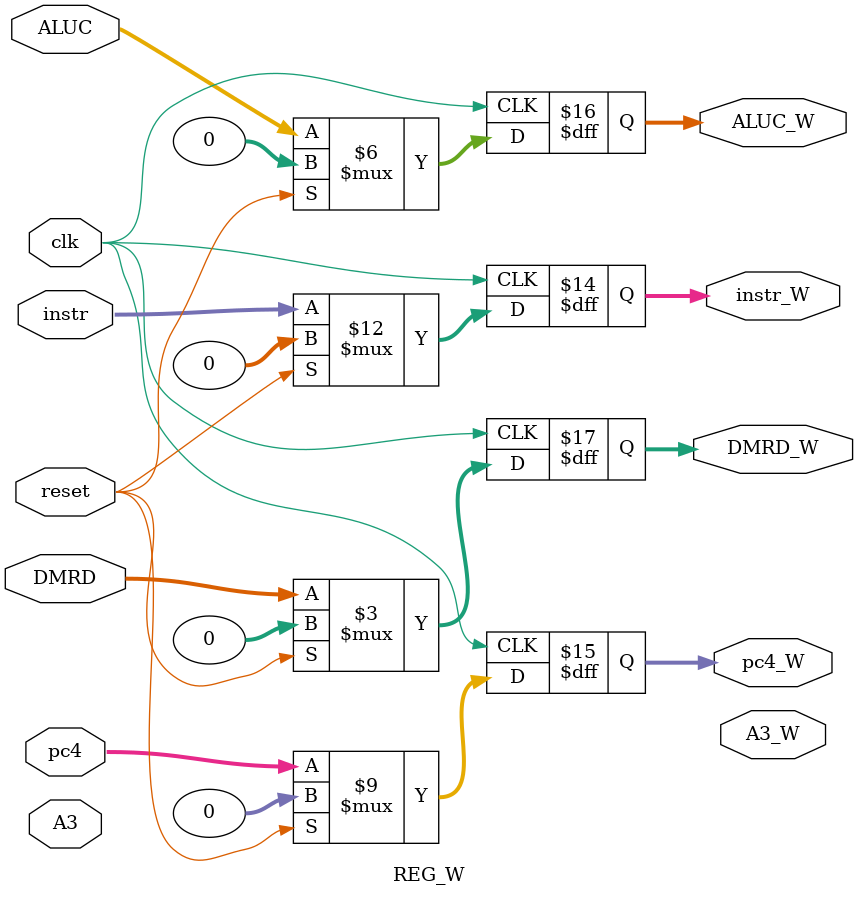
<source format=v>
`timescale 1ns / 1ps
module REG_D(
    input clk,
    input reset,
    input [31:0] instr,
    input [31:0] pc4,
    input en,
    output reg [31:0] instr_D,
    output reg [31:0] pc4_D
    );
	
	always @(posedge clk) begin
		if(reset) begin
			instr_D = 0;
			pc4_D = 0;
		end
		else if(en)begin
			instr_D = instr;
			pc4_D = pc4;
		end
	end

endmodule


module REG_E(
	input clk,
    input reset,
	input clr,
	input [31:0] instr,
    input [31:0] V1,
	input [31:0] V2,
	input [31:0] ext,
	input [31:0] pc4,
	input [4:0] A3,
	output reg [31:0] instr_E,
	output reg [31:0] V1_E,
	output reg [31:0] V2_E,
	output reg [31:0] ext_E,
	output reg [31:0] pc4_E,
	output reg [4:0] A3_E
    );

	always @(posedge clk) begin
		if(reset || clr)begin
			instr_E = 0;
			V1_E = 0;
			V2_E = 0;
			ext_E = 0;
			pc4_E = 0;
			A3_E = 0;
		end
		else begin
			instr_E = instr;
			V1_E = V1;
			V2_E = V2;
			ext_E = ext;
			pc4_E =pc4;
			A3_E = A3;
		end
	end
	
endmodule





module REG_M(
	input clk,
	input reset,
	input [31:0] instr,
    input [31:0] V2,
	input [31:0] ALUC,
	input [31:0] pc4,
	input [4:0] A3,
	output reg [31:0] instr_M,
	output reg [31:0] V2_M,
	output reg [31:0] ALUC_M,
	output reg [31:0] pc4_M,
	output reg [4:0] A3_M
	);
	
	always @(posedge clk)begin
		if(reset)begin
			instr_M = 0;
			V2_M = 0;
			ALUC_M = 0;
			pc4_M = 0;
			A3_M = 0;
		end
		else begin
			instr_M = instr;
			V2_M = V2;
			ALUC_M = ALUC;
			pc4_M = pc4;
			A3_M = A3;
		end
	end
	 
endmodule



module REG_W(
	input clk,
	input reset,
	input [31:0] instr,
    input [31:0] pc4,
	input [31:0] ALUC,
	input [31:0] DMRD,
	input [4:0] A3,
	output reg [31:0] instr_W,
	output reg [31:0] pc4_W,
	output reg [31:0] ALUC_W,
	output reg [31:0] DMRD_W,
	output reg [4:0] A3_W
	);
	
	always @(posedge clk)begin
		if(reset) begin
			instr_W = 0;
			pc4_W = 0;
			ALUC_W = 0;
			DMRD_W = 0;
		end
		else begin
			instr_W = instr;
			pc4_W = pc4;
			ALUC_W = ALUC;
			DMRD_W = DMRD;
		end
	end

endmodule


</source>
